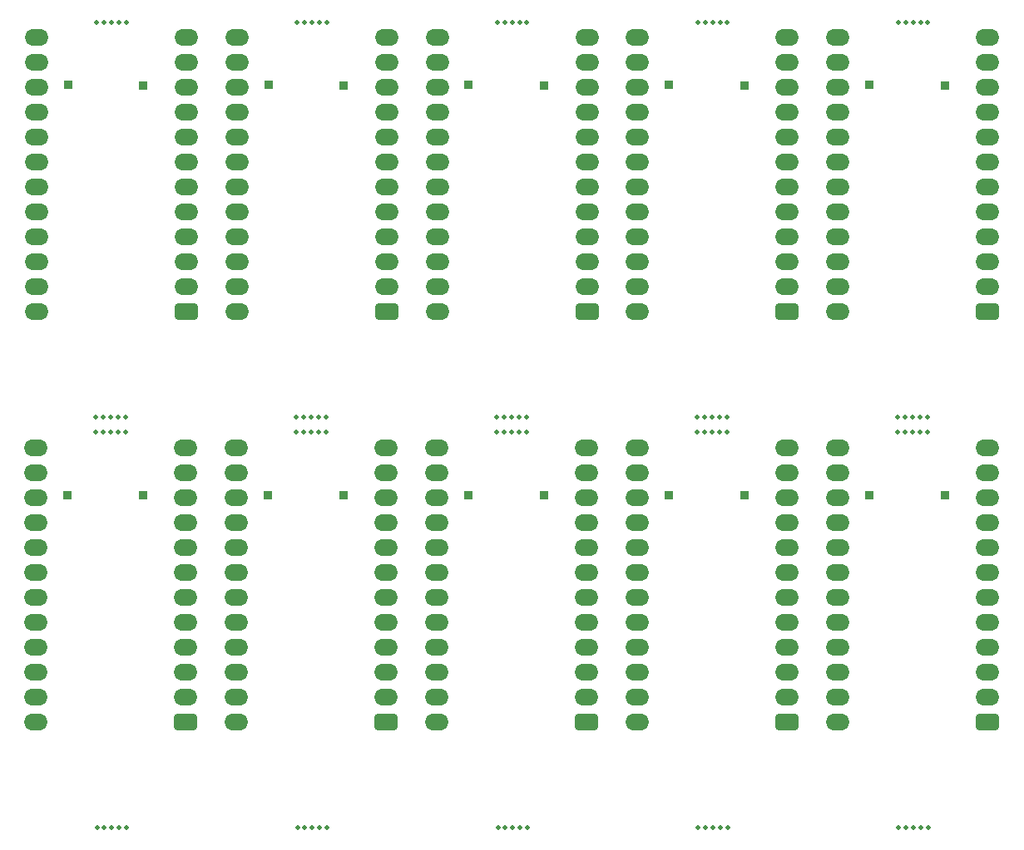
<source format=gbr>
%TF.GenerationSoftware,KiCad,Pcbnew,6.0.3-a3aad9c10e~116~ubuntu20.04.1*%
%TF.CreationDate,2022-03-20T15:04:53+01:00*%
%TF.ProjectId,10xPro_Micro_GPIB,31307850-726f-45f4-9d69-63726f5f4750,rev?*%
%TF.SameCoordinates,Original*%
%TF.FileFunction,Soldermask,Bot*%
%TF.FilePolarity,Negative*%
%FSLAX46Y46*%
G04 Gerber Fmt 4.6, Leading zero omitted, Abs format (unit mm)*
G04 Created by KiCad (PCBNEW 6.0.3-a3aad9c10e~116~ubuntu20.04.1) date 2022-03-20 15:04:53*
%MOMM*%
%LPD*%
G01*
G04 APERTURE LIST*
G04 Aperture macros list*
%AMRoundRect*
0 Rectangle with rounded corners*
0 $1 Rounding radius*
0 $2 $3 $4 $5 $6 $7 $8 $9 X,Y pos of 4 corners*
0 Add a 4 corners polygon primitive as box body*
4,1,4,$2,$3,$4,$5,$6,$7,$8,$9,$2,$3,0*
0 Add four circle primitives for the rounded corners*
1,1,$1+$1,$2,$3*
1,1,$1+$1,$4,$5*
1,1,$1+$1,$6,$7*
1,1,$1+$1,$8,$9*
0 Add four rect primitives between the rounded corners*
20,1,$1+$1,$2,$3,$4,$5,0*
20,1,$1+$1,$4,$5,$6,$7,0*
20,1,$1+$1,$6,$7,$8,$9,0*
20,1,$1+$1,$8,$9,$2,$3,0*%
G04 Aperture macros list end*
%ADD10RoundRect,0.425000X0.775000X-0.425000X0.775000X0.425000X-0.775000X0.425000X-0.775000X-0.425000X0*%
%ADD11O,2.400000X1.700000*%
%ADD12R,0.850000X0.850000*%
%ADD13C,0.500000*%
G04 APERTURE END LIST*
D10*
%TO.C,U1*%
X91409076Y-92500000D03*
D11*
X91409076Y-89960000D03*
X91409076Y-87420000D03*
X91409076Y-84880000D03*
X91409076Y-82340000D03*
X91409076Y-79800000D03*
X91409076Y-77260000D03*
X91409076Y-74720000D03*
X91409076Y-72180000D03*
X91409076Y-69640000D03*
X91409076Y-67100000D03*
X91409076Y-64560000D03*
X76169076Y-64560000D03*
X76169076Y-67100000D03*
X76169076Y-69640000D03*
X76169076Y-72180000D03*
X76169076Y-74720000D03*
X76169076Y-77260000D03*
X76169076Y-79800000D03*
X76169076Y-82340000D03*
X76169076Y-84880000D03*
X76169076Y-87420000D03*
X76169076Y-89960000D03*
X76169076Y-92500000D03*
%TD*%
D12*
%TO.C,J2*%
X148240000Y-111180000D03*
%TD*%
%TO.C,J2*%
X127852693Y-69420000D03*
%TD*%
D13*
%TO.C,mouse-bite-2mm-slot*%
X144950000Y-104750000D03*
X144200000Y-104750000D03*
X146450000Y-104750000D03*
X144950000Y-103250000D03*
X146450000Y-103250000D03*
X145700000Y-104750000D03*
X143450000Y-103250000D03*
X145700000Y-103250000D03*
X144200000Y-103250000D03*
X143450000Y-104750000D03*
%TD*%
D12*
%TO.C,J3*%
X140569268Y-111150732D03*
%TD*%
%TO.C,J3*%
X120181961Y-69390732D03*
%TD*%
D10*
%TO.C,U1*%
X132209076Y-92500000D03*
D11*
X132209076Y-89960000D03*
X132209076Y-87420000D03*
X132209076Y-84880000D03*
X132209076Y-82340000D03*
X132209076Y-79800000D03*
X132209076Y-77260000D03*
X132209076Y-74720000D03*
X132209076Y-72180000D03*
X132209076Y-69640000D03*
X132209076Y-67100000D03*
X132209076Y-64560000D03*
X116969076Y-64560000D03*
X116969076Y-67100000D03*
X116969076Y-69640000D03*
X116969076Y-72180000D03*
X116969076Y-74720000D03*
X116969076Y-77260000D03*
X116969076Y-79800000D03*
X116969076Y-82340000D03*
X116969076Y-84880000D03*
X116969076Y-87420000D03*
X116969076Y-89960000D03*
X116969076Y-92500000D03*
%TD*%
D13*
%TO.C,mouse-bite-2mm-slot*%
X104900000Y-103250000D03*
X103400000Y-103250000D03*
X104150000Y-104750000D03*
X105650000Y-103250000D03*
X102650000Y-104750000D03*
X104900000Y-104750000D03*
X104150000Y-103250000D03*
X102650000Y-103250000D03*
X105650000Y-104750000D03*
X103400000Y-104750000D03*
%TD*%
D12*
%TO.C,J2*%
X107440000Y-111180000D03*
%TD*%
%TO.C,J2*%
X148252693Y-69420000D03*
%TD*%
%TO.C,J3*%
X140581961Y-69390732D03*
%TD*%
D13*
%TO.C,mouse-bite-2mm-slot*%
X82250000Y-104750000D03*
X82250000Y-103250000D03*
X83750000Y-103250000D03*
X83750000Y-104750000D03*
X84500000Y-104750000D03*
X83000000Y-103250000D03*
X85250000Y-103250000D03*
X83000000Y-104750000D03*
X84500000Y-103250000D03*
X85250000Y-104750000D03*
%TD*%
D12*
%TO.C,J3*%
X58981961Y-69390732D03*
%TD*%
%TO.C,J2*%
X87040000Y-111180000D03*
%TD*%
D13*
%TO.C,mouse-bite-2mm-slot*%
X62700000Y-145020000D03*
X61950000Y-145020000D03*
X64200000Y-145020000D03*
X64950000Y-145020000D03*
X63450000Y-145020000D03*
%TD*%
D10*
%TO.C,U1*%
X111796383Y-134260000D03*
D11*
X111796383Y-131720000D03*
X111796383Y-129180000D03*
X111796383Y-126640000D03*
X111796383Y-124100000D03*
X111796383Y-121560000D03*
X111796383Y-119020000D03*
X111796383Y-116480000D03*
X111796383Y-113940000D03*
X111796383Y-111400000D03*
X111796383Y-108860000D03*
X111796383Y-106320000D03*
X96556383Y-106320000D03*
X96556383Y-108860000D03*
X96556383Y-111400000D03*
X96556383Y-113940000D03*
X96556383Y-116480000D03*
X96556383Y-119020000D03*
X96556383Y-121560000D03*
X96556383Y-124100000D03*
X96556383Y-126640000D03*
X96556383Y-129180000D03*
X96556383Y-131720000D03*
X96556383Y-134260000D03*
%TD*%
D13*
%TO.C,mouse-bite-2mm-slot*%
X62660000Y-62980000D03*
X61910000Y-62980000D03*
X63410000Y-62980000D03*
X64910000Y-62980000D03*
X64160000Y-62980000D03*
%TD*%
D10*
%TO.C,U1*%
X152609076Y-92500000D03*
D11*
X152609076Y-89960000D03*
X152609076Y-87420000D03*
X152609076Y-84880000D03*
X152609076Y-82340000D03*
X152609076Y-79800000D03*
X152609076Y-77260000D03*
X152609076Y-74720000D03*
X152609076Y-72180000D03*
X152609076Y-69640000D03*
X152609076Y-67100000D03*
X152609076Y-64560000D03*
X137369076Y-64560000D03*
X137369076Y-67100000D03*
X137369076Y-69640000D03*
X137369076Y-72180000D03*
X137369076Y-74720000D03*
X137369076Y-77260000D03*
X137369076Y-79800000D03*
X137369076Y-82340000D03*
X137369076Y-84880000D03*
X137369076Y-87420000D03*
X137369076Y-89960000D03*
X137369076Y-92500000D03*
%TD*%
D13*
%TO.C,mouse-bite-2mm-slot*%
X85310000Y-62980000D03*
X84560000Y-62980000D03*
X83810000Y-62980000D03*
X82310000Y-62980000D03*
X83060000Y-62980000D03*
%TD*%
D12*
%TO.C,J3*%
X120169268Y-111150732D03*
%TD*%
D10*
%TO.C,U1*%
X111809076Y-92500000D03*
D11*
X111809076Y-89960000D03*
X111809076Y-87420000D03*
X111809076Y-84880000D03*
X111809076Y-82340000D03*
X111809076Y-79800000D03*
X111809076Y-77260000D03*
X111809076Y-74720000D03*
X111809076Y-72180000D03*
X111809076Y-69640000D03*
X111809076Y-67100000D03*
X111809076Y-64560000D03*
X96569076Y-64560000D03*
X96569076Y-67100000D03*
X96569076Y-69640000D03*
X96569076Y-72180000D03*
X96569076Y-74720000D03*
X96569076Y-77260000D03*
X96569076Y-79800000D03*
X96569076Y-82340000D03*
X96569076Y-84880000D03*
X96569076Y-87420000D03*
X96569076Y-89960000D03*
X96569076Y-92500000D03*
%TD*%
D10*
%TO.C,U1*%
X71009076Y-92500000D03*
D11*
X71009076Y-89960000D03*
X71009076Y-87420000D03*
X71009076Y-84880000D03*
X71009076Y-82340000D03*
X71009076Y-79800000D03*
X71009076Y-77260000D03*
X71009076Y-74720000D03*
X71009076Y-72180000D03*
X71009076Y-69640000D03*
X71009076Y-67100000D03*
X71009076Y-64560000D03*
X55769076Y-64560000D03*
X55769076Y-67100000D03*
X55769076Y-69640000D03*
X55769076Y-72180000D03*
X55769076Y-74720000D03*
X55769076Y-77260000D03*
X55769076Y-79800000D03*
X55769076Y-82340000D03*
X55769076Y-84880000D03*
X55769076Y-87420000D03*
X55769076Y-89960000D03*
X55769076Y-92500000D03*
%TD*%
D12*
%TO.C,J2*%
X107452693Y-69420000D03*
%TD*%
D10*
%TO.C,U1*%
X152596383Y-134260000D03*
D11*
X152596383Y-131720000D03*
X152596383Y-129180000D03*
X152596383Y-126640000D03*
X152596383Y-124100000D03*
X152596383Y-121560000D03*
X152596383Y-119020000D03*
X152596383Y-116480000D03*
X152596383Y-113940000D03*
X152596383Y-111400000D03*
X152596383Y-108860000D03*
X152596383Y-106320000D03*
X137356383Y-106320000D03*
X137356383Y-108860000D03*
X137356383Y-111400000D03*
X137356383Y-113940000D03*
X137356383Y-116480000D03*
X137356383Y-119020000D03*
X137356383Y-121560000D03*
X137356383Y-124100000D03*
X137356383Y-126640000D03*
X137356383Y-129180000D03*
X137356383Y-131720000D03*
X137356383Y-134260000D03*
%TD*%
D13*
%TO.C,mouse-bite-2mm-slot*%
X123900000Y-145020000D03*
X125400000Y-145020000D03*
X124650000Y-145020000D03*
X126150000Y-145020000D03*
X123150000Y-145020000D03*
%TD*%
%TO.C,mouse-bite-2mm-slot*%
X145010000Y-62980000D03*
X144260000Y-62980000D03*
X143510000Y-62980000D03*
X146510000Y-62980000D03*
X145760000Y-62980000D03*
%TD*%
D12*
%TO.C,J2*%
X127840000Y-111180000D03*
%TD*%
D13*
%TO.C,mouse-bite-2mm-slot*%
X143550000Y-145020000D03*
X145800000Y-145020000D03*
X145050000Y-145020000D03*
X144300000Y-145020000D03*
X146550000Y-145020000D03*
%TD*%
D12*
%TO.C,J2*%
X87052693Y-69420000D03*
%TD*%
%TO.C,J3*%
X99781961Y-69390732D03*
%TD*%
%TO.C,J3*%
X99769268Y-111150732D03*
%TD*%
D10*
%TO.C,U1*%
X70996383Y-134260000D03*
D11*
X70996383Y-131720000D03*
X70996383Y-129180000D03*
X70996383Y-126640000D03*
X70996383Y-124100000D03*
X70996383Y-121560000D03*
X70996383Y-119020000D03*
X70996383Y-116480000D03*
X70996383Y-113940000D03*
X70996383Y-111400000D03*
X70996383Y-108860000D03*
X70996383Y-106320000D03*
X55756383Y-106320000D03*
X55756383Y-108860000D03*
X55756383Y-111400000D03*
X55756383Y-113940000D03*
X55756383Y-116480000D03*
X55756383Y-119020000D03*
X55756383Y-121560000D03*
X55756383Y-124100000D03*
X55756383Y-126640000D03*
X55756383Y-129180000D03*
X55756383Y-131720000D03*
X55756383Y-134260000D03*
%TD*%
D12*
%TO.C,J2*%
X66652693Y-69420000D03*
%TD*%
D10*
%TO.C,U1*%
X91396383Y-134260000D03*
D11*
X91396383Y-131720000D03*
X91396383Y-129180000D03*
X91396383Y-126640000D03*
X91396383Y-124100000D03*
X91396383Y-121560000D03*
X91396383Y-119020000D03*
X91396383Y-116480000D03*
X91396383Y-113940000D03*
X91396383Y-111400000D03*
X91396383Y-108860000D03*
X91396383Y-106320000D03*
X76156383Y-106320000D03*
X76156383Y-108860000D03*
X76156383Y-111400000D03*
X76156383Y-113940000D03*
X76156383Y-116480000D03*
X76156383Y-119020000D03*
X76156383Y-121560000D03*
X76156383Y-124100000D03*
X76156383Y-126640000D03*
X76156383Y-129180000D03*
X76156383Y-131720000D03*
X76156383Y-134260000D03*
%TD*%
D12*
%TO.C,J2*%
X66640000Y-111180000D03*
%TD*%
D10*
%TO.C,U1*%
X132196383Y-134260000D03*
D11*
X132196383Y-131720000D03*
X132196383Y-129180000D03*
X132196383Y-126640000D03*
X132196383Y-124100000D03*
X132196383Y-121560000D03*
X132196383Y-119020000D03*
X132196383Y-116480000D03*
X132196383Y-113940000D03*
X132196383Y-111400000D03*
X132196383Y-108860000D03*
X132196383Y-106320000D03*
X116956383Y-106320000D03*
X116956383Y-108860000D03*
X116956383Y-111400000D03*
X116956383Y-113940000D03*
X116956383Y-116480000D03*
X116956383Y-119020000D03*
X116956383Y-121560000D03*
X116956383Y-124100000D03*
X116956383Y-126640000D03*
X116956383Y-129180000D03*
X116956383Y-131720000D03*
X116956383Y-134260000D03*
%TD*%
D13*
%TO.C,mouse-bite-2mm-slot*%
X102710000Y-62980000D03*
X105710000Y-62980000D03*
X103460000Y-62980000D03*
X104960000Y-62980000D03*
X104210000Y-62980000D03*
%TD*%
D12*
%TO.C,J3*%
X58969268Y-111150732D03*
%TD*%
%TO.C,J3*%
X79381961Y-69390732D03*
%TD*%
D13*
%TO.C,mouse-bite-2mm-slot*%
X64850000Y-104750000D03*
X61850000Y-104750000D03*
X64100000Y-104750000D03*
X63350000Y-103250000D03*
X63350000Y-104750000D03*
X62600000Y-103250000D03*
X62600000Y-104750000D03*
X61850000Y-103250000D03*
X64850000Y-103250000D03*
X64100000Y-103250000D03*
%TD*%
D12*
%TO.C,J3*%
X79369268Y-111150732D03*
%TD*%
D13*
%TO.C,mouse-bite-2mm-slot*%
X104250000Y-145020000D03*
X103500000Y-145020000D03*
X105000000Y-145020000D03*
X102750000Y-145020000D03*
X105750000Y-145020000D03*
%TD*%
%TO.C,mouse-bite-2mm-slot*%
X126050000Y-104750000D03*
X125300000Y-103250000D03*
X125300000Y-104750000D03*
X124550000Y-104750000D03*
X126050000Y-103250000D03*
X124550000Y-103250000D03*
X123800000Y-103250000D03*
X123050000Y-104750000D03*
X123800000Y-104750000D03*
X123050000Y-103250000D03*
%TD*%
%TO.C,mouse-bite-2mm-slot*%
X123860000Y-62980000D03*
X123110000Y-62980000D03*
X126110000Y-62980000D03*
X125360000Y-62980000D03*
X124610000Y-62980000D03*
%TD*%
%TO.C,mouse-bite-2mm-slot*%
X84600000Y-145020000D03*
X85350000Y-145020000D03*
X83100000Y-145020000D03*
X83850000Y-145020000D03*
X82350000Y-145020000D03*
%TD*%
M02*

</source>
